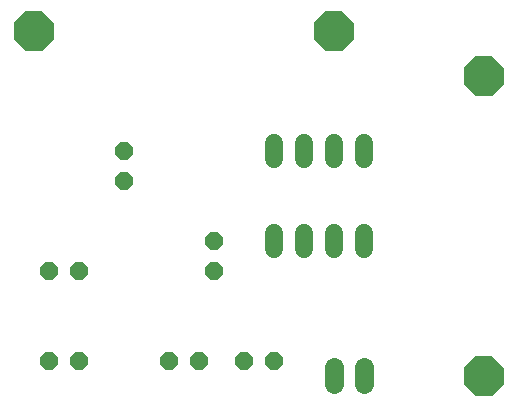
<source format=gbr>
G04 EAGLE Gerber RS-274X export*
G75*
%MOMM*%
%FSLAX34Y34*%
%LPD*%
%INSoldermask Top*%
%IPPOS*%
%AMOC8*
5,1,8,0,0,1.08239X$1,22.5*%
G01*
%ADD10P,3.629037X8X22.500000*%
%ADD11P,3.629037X8X112.500000*%
%ADD12C,1.524000*%
%ADD13P,1.649562X8X22.500000*%
%ADD14P,1.649562X8X112.500000*%
%ADD15C,1.625600*%


D10*
X38100Y342900D03*
X292100Y342900D03*
D11*
X419100Y50800D03*
X419100Y304800D03*
D12*
X241300Y171704D02*
X241300Y158496D01*
X266700Y158496D02*
X266700Y171704D01*
X266700Y234696D02*
X266700Y247904D01*
X241300Y247904D02*
X241300Y234696D01*
X292100Y171704D02*
X292100Y158496D01*
X317500Y158496D02*
X317500Y171704D01*
X292100Y234696D02*
X292100Y247904D01*
X317500Y247904D02*
X317500Y234696D01*
D13*
X50800Y139700D03*
X76200Y139700D03*
X50800Y63500D03*
X76200Y63500D03*
D14*
X114300Y215900D03*
X114300Y241300D03*
X190500Y139700D03*
X190500Y165100D03*
D13*
X215900Y63500D03*
X241300Y63500D03*
X152400Y63500D03*
X177800Y63500D03*
D15*
X292100Y57912D02*
X292100Y43688D01*
X317500Y43688D02*
X317500Y57912D01*
M02*

</source>
